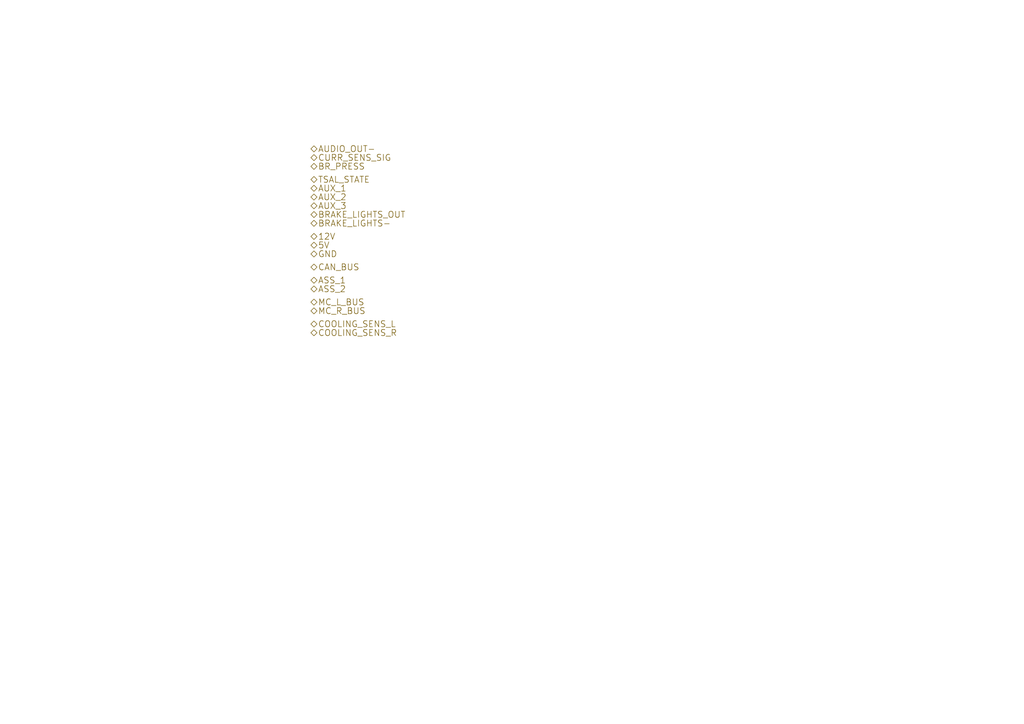
<source format=kicad_sch>
(kicad_sch (version 20211123) (generator eeschema)
  (paper "A4")
  (title_block (title "LV Subsystem interconnections") (date "2022-03-16") (rev "0.1") (company "Oxford University Racing") (comment 1 "Hugo Berg, Becky Hu, Lianfeng Shi") (comment 2 "Electronics team"))
  (lib_symbols)
  (hierarchical_label "AUX_3" (shape bidirectional) (at 90.17 59.69 0) (effects (font (size 1.778 1.778))))
  (hierarchical_label "AUX_2" (shape bidirectional) (at 90.17 57.15 0) (effects (font (size 1.778 1.778))))
  (hierarchical_label "ASS_2" (shape bidirectional) (at 90.17 83.82 0) (effects (font (size 1.778 1.778))))
  (hierarchical_label "12V" (shape bidirectional) (at 90.17 68.58 0) (effects (font (size 1.778 1.778))))
  (hierarchical_label "5V" (shape bidirectional) (at 90.17 71.12 0) (effects (font (size 1.778 1.778))))
  (hierarchical_label "ASS_1" (shape bidirectional) (at 90.17 81.28 0) (effects (font (size 1.778 1.778))))
  (hierarchical_label "COOLING_SENS_L" (shape bidirectional) (at 90.17 93.98 0) (effects (font (size 1.778 1.778))))
  (hierarchical_label "MC_L_BUS" (shape tri_state) (at 90.17 87.63 0) (effects (font (size 1.778 1.778))))
  (hierarchical_label "MC_R_BUS" (shape tri_state) (at 90.17 90.17 0) (effects (font (size 1.778 1.778))))
  (hierarchical_label "CURR_SENS_SIG" (shape bidirectional) (at 90.17 45.72 0) (effects (font (size 1.778 1.778))))
  (hierarchical_label "GND" (shape bidirectional) (at 90.17 73.66 0) (effects (font (size 1.778 1.778))))
  (hierarchical_label "BRAKE_LIGHTS-" (shape bidirectional) (at 90.17 64.77 0) (effects (font (size 1.778 1.778))))
  (hierarchical_label "CAN_BUS" (shape bidirectional) (at 90.17 77.47 0) (effects (font (size 1.778 1.778))))
  (hierarchical_label "AUDIO_OUT-" (shape bidirectional) (at 90.17 43.18 0) (effects (font (size 1.778 1.778))))
  (hierarchical_label "COOLING_SENS_R" (shape bidirectional) (at 90.17 96.52 0) (effects (font (size 1.778 1.778))))
  (hierarchical_label "BR_PRESS" (shape bidirectional) (at 90.17 48.26 0) (effects (font (size 1.778 1.778))))
  (hierarchical_label "AUX_1" (shape bidirectional) (at 90.17 54.61 0) (effects (font (size 1.778 1.778))))
  (hierarchical_label "BRAKE_LIGHTS_OUT" (shape bidirectional) (at 90.17 62.23 0) (effects (font (size 1.778 1.778))))
  (hierarchical_label "TSAL_STATE" (shape bidirectional) (at 90.17 52.07 0) (effects (font (size 1.778 1.778))))
)
</source>
